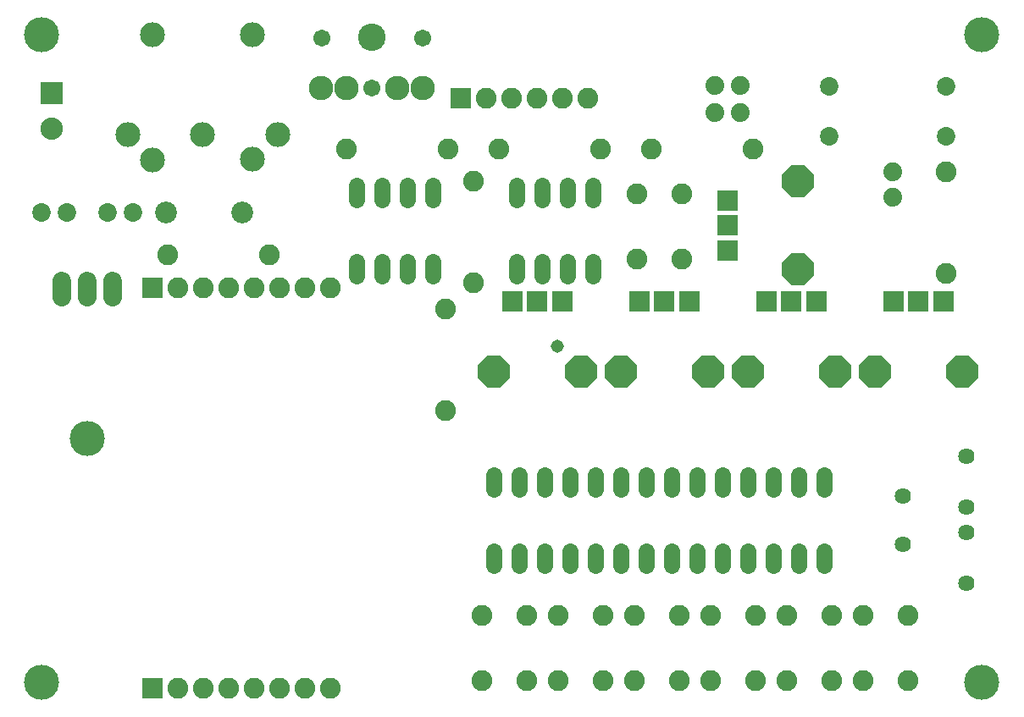
<source format=gts>
G75*
%MOIN*%
%OFA0B0*%
%FSLAX24Y24*%
%IPPOS*%
%LPD*%
%AMOC8*
5,1,8,0,0,1.08239X$1,22.5*
%
%ADD10C,0.0720*%
%ADD11C,0.1380*%
%ADD12C,0.0730*%
%ADD13C,0.0880*%
%ADD14R,0.0880X0.0880*%
%ADD15R,0.0820X0.0820*%
%ADD16C,0.0820*%
%ADD17C,0.0640*%
%ADD18C,0.0640*%
%ADD19C,0.0740*%
%ADD20OC8,0.1261*%
%ADD21C,0.0860*%
%ADD22C,0.0980*%
%ADD23C,0.1080*%
%ADD24C,0.0966*%
%ADD25C,0.0671*%
%ADD26C,0.0516*%
D10*
X002025Y016405D02*
X002025Y017045D01*
X003025Y017045D02*
X003025Y016405D01*
X004025Y016405D02*
X004025Y017045D01*
D11*
X001225Y001225D03*
X003025Y010825D03*
X001225Y026725D03*
X038225Y026725D03*
X038225Y001225D03*
D12*
X036825Y022740D03*
X036825Y024710D03*
X032225Y024710D03*
X032225Y022740D03*
X004825Y019725D03*
X003825Y019725D03*
X002225Y019725D03*
X001225Y019725D03*
D13*
X001625Y023036D03*
D14*
X001625Y024414D03*
D15*
X005583Y016760D03*
X017725Y024225D03*
X028219Y020209D03*
X028219Y019225D03*
X028219Y018241D03*
X026709Y016231D03*
X025725Y016231D03*
X024741Y016231D03*
X021709Y016231D03*
X020725Y016231D03*
X019741Y016231D03*
X029741Y016231D03*
X030725Y016231D03*
X031709Y016231D03*
X034741Y016231D03*
X035725Y016231D03*
X036709Y016231D03*
X005583Y001012D03*
D16*
X006583Y001012D03*
X007583Y001012D03*
X008583Y001012D03*
X009583Y001012D03*
X010583Y001012D03*
X011583Y001012D03*
X012583Y001012D03*
X018535Y001295D03*
X020315Y001295D03*
X021535Y001295D03*
X023315Y001295D03*
X024535Y001295D03*
X026315Y001295D03*
X027535Y001295D03*
X029315Y001295D03*
X030535Y001295D03*
X032315Y001295D03*
X033535Y001295D03*
X035315Y001295D03*
X035315Y003855D03*
X033535Y003855D03*
X032315Y003855D03*
X030535Y003855D03*
X029315Y003855D03*
X027535Y003855D03*
X026315Y003855D03*
X024535Y003855D03*
X023315Y003855D03*
X021535Y003855D03*
X020315Y003855D03*
X018535Y003855D03*
X017125Y011925D03*
X017125Y015925D03*
X018225Y016975D03*
X018225Y020975D03*
X017225Y022225D03*
X019225Y022225D03*
X018725Y024225D03*
X019725Y024225D03*
X020725Y024225D03*
X021725Y024225D03*
X022725Y024225D03*
X023225Y022225D03*
X025225Y022225D03*
X024635Y020455D03*
X026415Y020455D03*
X029225Y022225D03*
X026415Y017895D03*
X024635Y017895D03*
X013225Y022225D03*
X010175Y018075D03*
X010583Y016760D03*
X009583Y016760D03*
X008583Y016760D03*
X007583Y016760D03*
X006583Y016760D03*
X006175Y018075D03*
X011583Y016760D03*
X012583Y016760D03*
X036825Y017325D03*
X036825Y021325D03*
D17*
X022925Y020805D02*
X022925Y020245D01*
X021925Y020245D02*
X021925Y020805D01*
X020925Y020805D02*
X020925Y020245D01*
X019925Y020245D02*
X019925Y020805D01*
X016625Y020805D02*
X016625Y020245D01*
X015625Y020245D02*
X015625Y020805D01*
X014625Y020805D02*
X014625Y020245D01*
X013625Y020245D02*
X013625Y020805D01*
X013625Y017805D02*
X013625Y017245D01*
X014625Y017245D02*
X014625Y017805D01*
X015625Y017805D02*
X015625Y017245D01*
X016625Y017245D02*
X016625Y017805D01*
X019925Y017805D02*
X019925Y017245D01*
X020925Y017245D02*
X020925Y017805D01*
X021925Y017805D02*
X021925Y017245D01*
X022925Y017245D02*
X022925Y017805D01*
X023025Y009405D02*
X023025Y008845D01*
X024025Y008845D02*
X024025Y009405D01*
X025025Y009405D02*
X025025Y008845D01*
X026025Y008845D02*
X026025Y009405D01*
X027025Y009405D02*
X027025Y008845D01*
X028025Y008845D02*
X028025Y009405D01*
X029025Y009405D02*
X029025Y008845D01*
X030025Y008845D02*
X030025Y009405D01*
X031025Y009405D02*
X031025Y008845D01*
X032025Y008845D02*
X032025Y009405D01*
X032025Y006405D02*
X032025Y005845D01*
X031025Y005845D02*
X031025Y006405D01*
X030025Y006405D02*
X030025Y005845D01*
X029025Y005845D02*
X029025Y006405D01*
X028025Y006405D02*
X028025Y005845D01*
X027025Y005845D02*
X027025Y006405D01*
X026025Y006405D02*
X026025Y005845D01*
X025025Y005845D02*
X025025Y006405D01*
X024025Y006405D02*
X024025Y005845D01*
X023025Y005845D02*
X023025Y006405D01*
X022025Y006405D02*
X022025Y005845D01*
X021025Y005845D02*
X021025Y006405D01*
X020025Y006405D02*
X020025Y005845D01*
X019025Y005845D02*
X019025Y006405D01*
X019025Y008845D02*
X019025Y009405D01*
X020025Y009405D02*
X020025Y008845D01*
X021025Y008845D02*
X021025Y009405D01*
X022025Y009405D02*
X022025Y008845D01*
D18*
X035125Y008575D03*
X037625Y008125D03*
X037625Y007125D03*
X035125Y006675D03*
X037625Y005125D03*
X037625Y010125D03*
D19*
X034725Y020325D03*
X034725Y021325D03*
X028725Y023675D03*
X027725Y023675D03*
X027725Y024725D03*
X028725Y024725D03*
D20*
X030975Y020957D03*
X030975Y017493D03*
X032457Y013475D03*
X033993Y013475D03*
X037457Y013475D03*
X028993Y013475D03*
X027457Y013475D03*
X023993Y013475D03*
X022457Y013475D03*
X018993Y013475D03*
D21*
X009125Y019725D03*
X006125Y019725D03*
D22*
X005571Y021812D03*
X004599Y022808D03*
X007544Y022804D03*
X009508Y021816D03*
X010508Y022808D03*
X009508Y026738D03*
X005568Y026738D03*
D23*
X014225Y026625D03*
D24*
X013225Y024625D03*
X012225Y024625D03*
X015225Y024625D03*
X016225Y024625D03*
D25*
X014225Y024625D03*
X012256Y026594D03*
X016194Y026594D03*
D26*
X021525Y014475D03*
M02*

</source>
